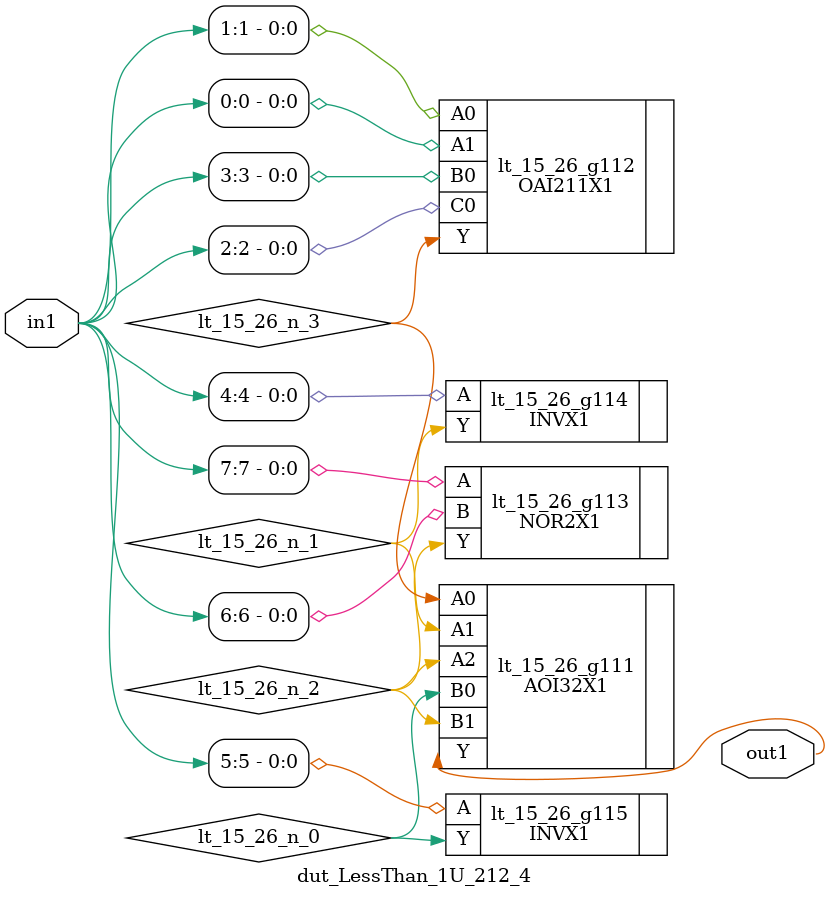
<source format=v>
`timescale 1ps / 1ps


module dut_LessThan_1U_212_4(in1, out1);
  input [7:0] in1;
  output out1;
  wire [7:0] in1;
  wire out1;
  wire lt_15_26_n_0, lt_15_26_n_1, lt_15_26_n_2, lt_15_26_n_3;
  AOI32X1 lt_15_26_g111(.A0 (lt_15_26_n_3), .A1 (lt_15_26_n_1), .A2
       (lt_15_26_n_2), .B0 (lt_15_26_n_0), .B1 (lt_15_26_n_2), .Y
       (out1));
  OAI211X1 lt_15_26_g112(.A0 (in1[1]), .A1 (in1[0]), .B0 (in1[3]), .C0
       (in1[2]), .Y (lt_15_26_n_3));
  NOR2X1 lt_15_26_g113(.A (in1[7]), .B (in1[6]), .Y (lt_15_26_n_2));
  INVX1 lt_15_26_g114(.A (in1[4]), .Y (lt_15_26_n_1));
  INVX1 lt_15_26_g115(.A (in1[5]), .Y (lt_15_26_n_0));
endmodule



</source>
